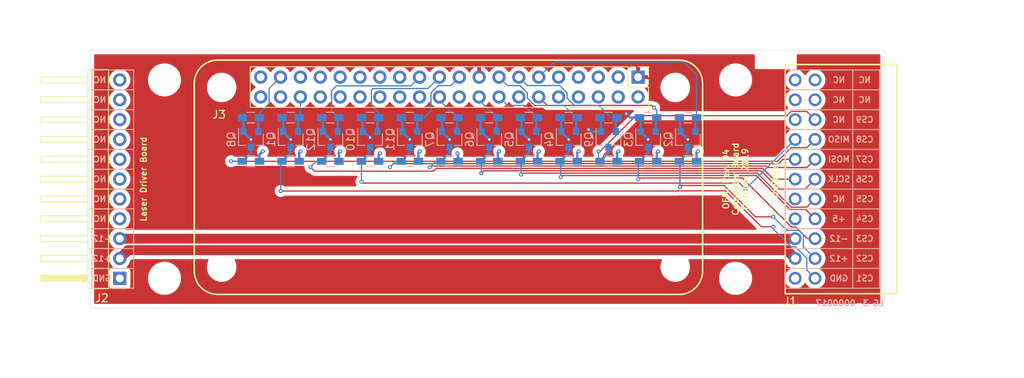
<source format=kicad_pcb>
(kicad_pcb (version 20171130) (host pcbnew "(5.1.2)-1")
  (layers (0 F.Cu signal hide) (1 In1.Cu signal hide) (2 In2.Cu signal hide) (31 B.Cu signal hide) (34 B.Paste user) (35 F.Paste user) (36 B.SilkS user) (37 F.SilkS user) (38 B.Mask user) (39 F.Mask user) (44 Edge.Cuts user))
  (net 0 "")
  (net 1 GND)
  (net 2 CS8_3V3)
  (net 3 CS1_3V3)
  (net 4 SCLK_3V3)
  (net 5 CS7_3V3)
  (net 6 MISO_3V3)
  (net 7 MOSI_3V3)
  (net 8 CS6_3V3)
  (net 9 +3V3)
  (net 10 CS5_3V3)
  (net 11 CS4_3V3)
  (net 12 CS9_3V3)
  (net 13 CS3_3V3)
  (net 14 CS2_3V3)
  (net 15 +5V)
  (net 16 CS1_5V)
  (net 17 CS2_5V)
  (net 18 CS3_5V)
  (net 19 CS4_5V)
  (net 20 CS5_5V)
  (net 21 CS6_5V)
  (net 22 CS7_5V)
  (net 23 CS8_5V)
  (net 24 CS9_5V)
  (net 25 MISO_5V)
  (net 26 MOSI_5V)
  (net 27 SCLK_5V)
  (net 28 -12V)
  (net 29 +12V)
  (module Mounting_Holes:MountingHole_3.2mm_M3_DIN965 (layer F.Cu) (at 100.965 59.69)
    (fp_text reference H1 hide)
    (fp_text value MountingHole)
    (pad 1 np_thru_hole circle (at 0 0) (size 3.2 3.2) (drill 3.2) (layers *.Cu *.Mask))
  )
  (module Mounting_Holes:MountingHole_3.2mm_M3_DIN965 (layer F.Cu) (at 173.99 59.69)
    (fp_text reference H2 hide)
    (fp_text value MountingHole)
    (pad 1 np_thru_hole circle (at 0 0) (size 3.2 3.2) (drill 3.2) (layers *.Cu *.Mask))
  )
  (module Mounting_Holes:MountingHole_3.2mm_M3_DIN965 (layer F.Cu) (at 100.965 85.09)
    (fp_text reference H3 hide)
    (fp_text value MountingHole)
    (pad 1 np_thru_hole circle (at 0 0) (size 3.2 3.2) (drill 3.2) (layers *.Cu *.Mask))
  )
  (module Mounting_Holes:MountingHole_3.2mm_M3_DIN965 (layer F.Cu) (at 173.99 85.09)
    (fp_text reference H4 hide)
    (fp_text value MountingHole)
    (pad 1 np_thru_hole circle (at 0 0) (size 3.2 3.2) (drill 3.2) (layers *.Cu *.Mask))
  )
  (module lib_fp:SAMTEC-SSW-111-02-X-D-RA (layer F.Cu) (at 189.928 72.39 270)
    (fp_text reference J1 (at 15.621 8.953 180) (layer F.SilkS) (effects (font (size 0.999998 0.999998) (thickness 0.14986))))
    (fp_text value Digitiziers hide)
    (fp_text user 2.540 (at -19.266 7.176 90) (layer Edge.Cuts) (effects (font (thickness 0.05))))
    (fp_text user 8.509 (at -21.107 0.127 90) (layer Edge.Cuts) (effects (font (thickness 0.05))))
    (fp_text user 2.540 (at -15.329 10.795 90) (layer Edge.Cuts) (effects (font (thickness 0.05))))
    (fp_text user 25.400 (at -0.8 11.811 90) (layer Edge.Cuts) (effects (font (thickness 0.05))))
    (fp_text user 28.448 (at -0.8 8.446 90) (layer Edge.Cuts) (effects (font (thickness 0.05))))
    (pad 1 thru_hole circle (at -12.7 5.778 270) (size 1.64 1.64) (drill 1.04) (layers *.Cu *.Mask))
    (pad 2 thru_hole circle (at -12.7 8.318 270) (size 1.64 1.64) (drill 1.04) (layers *.Cu *.Mask))
    (pad 3 thru_hole circle (at -10.16 5.778 270) (size 1.64 1.64) (drill 1.04) (layers *.Cu *.Mask))
    (pad 4 thru_hole circle (at -10.16 8.318 270) (size 1.64 1.64) (drill 1.04) (layers *.Cu *.Mask))
    (pad 5 thru_hole circle (at -7.62 5.778 270) (size 1.64 1.64) (drill 1.04) (layers *.Cu *.Mask) (net 24 CS9_5V))
    (pad 6 thru_hole circle (at -7.62 8.318 270) (size 1.64 1.64) (drill 1.04) (layers *.Cu *.Mask))
    (pad 7 thru_hole circle (at -5.08 5.778 270) (size 1.64 1.64) (drill 1.04) (layers *.Cu *.Mask) (net 23 CS8_5V))
    (pad 8 thru_hole circle (at -5.08 8.318 270) (size 1.64 1.64) (drill 1.04) (layers *.Cu *.Mask) (net 25 MISO_5V))
    (pad 9 thru_hole circle (at -2.54 5.778 270) (size 1.64 1.64) (drill 1.04) (layers *.Cu *.Mask) (net 22 CS7_5V))
    (pad 10 thru_hole circle (at -2.54 8.318 270) (size 1.64 1.64) (drill 1.04) (layers *.Cu *.Mask) (net 26 MOSI_5V))
    (pad 11 thru_hole circle (at 0 5.778 270) (size 1.64 1.64) (drill 1.04) (layers *.Cu *.Mask) (net 21 CS6_5V))
    (pad 12 thru_hole circle (at 0 8.318 270) (size 1.64 1.64) (drill 1.04) (layers *.Cu *.Mask) (net 27 SCLK_5V))
    (pad 13 thru_hole circle (at 2.54 5.778 270) (size 1.64 1.64) (drill 1.04) (layers *.Cu *.Mask) (net 20 CS5_5V))
    (pad 14 thru_hole circle (at 2.54 8.318 270) (size 1.64 1.64) (drill 1.04) (layers *.Cu *.Mask))
    (pad 15 thru_hole circle (at 5.08 5.778 270) (size 1.64 1.64) (drill 1.04) (layers *.Cu *.Mask) (net 19 CS4_5V))
    (pad 16 thru_hole circle (at 5.08 8.318 270) (size 1.64 1.64) (drill 1.04) (layers *.Cu *.Mask) (net 15 +5V))
    (pad 17 thru_hole circle (at 7.62 5.778 270) (size 1.64 1.64) (drill 1.04) (layers *.Cu *.Mask) (net 18 CS3_5V))
    (pad 18 thru_hole circle (at 7.62 8.318 270) (size 1.64 1.64) (drill 1.04) (layers *.Cu *.Mask) (net 28 -12V))
    (pad 19 thru_hole circle (at 10.16 5.778 270) (size 1.64 1.64) (drill 1.04) (layers *.Cu *.Mask) (net 17 CS2_5V))
    (pad 20 thru_hole circle (at 10.16 8.318 270) (size 1.64 1.64) (drill 1.04) (layers *.Cu *.Mask) (net 29 +12V))
    (pad 21 thru_hole circle (at 12.7 5.778 270) (size 1.64 1.64) (drill 1.04) (layers *.Cu *.Mask) (net 16 CS1_5V))
    (pad 22 thru_hole circle (at 12.7 8.318 270) (size 1.64 1.64) (drill 1.04) (layers *.Cu *.Mask) (net 1 GND))
  )
  (module Pin_Headers:Pin_Header_Angled_1x11_Pitch2.54mm (layer F.Cu) (at 95.25 85.09 180)
    (fp_text reference J2 (at 2.286 -2.54) (layer F.SilkS))
    (fp_text value "Laser Driver")
    (pad 11 thru_hole oval (at 0 25.4 180) (size 1.7 1.7) (drill 1) (layers *.Cu *.Mask))
    (pad 10 thru_hole oval (at 0 22.86 180) (size 1.7 1.7) (drill 1) (layers *.Cu *.Mask))
    (pad 9 thru_hole oval (at 0 20.32 180) (size 1.7 1.7) (drill 1) (layers *.Cu *.Mask))
    (pad 8 thru_hole oval (at 0 17.78 180) (size 1.7 1.7) (drill 1) (layers *.Cu *.Mask))
    (pad 7 thru_hole oval (at 0 15.24 180) (size 1.7 1.7) (drill 1) (layers *.Cu *.Mask))
    (pad 6 thru_hole oval (at 0 12.7 180) (size 1.7 1.7) (drill 1) (layers *.Cu *.Mask))
    (pad 5 thru_hole oval (at 0 10.16 180) (size 1.7 1.7) (drill 1) (layers *.Cu *.Mask))
    (pad 4 thru_hole oval (at 0 7.62 180) (size 1.7 1.7) (drill 1) (layers *.Cu *.Mask))
    (pad 3 thru_hole oval (at 0 5.08 180) (size 1.7 1.7) (drill 1) (layers *.Cu *.Mask) (net 28 -12V))
    (pad 2 thru_hole oval (at 0 2.54 180) (size 1.7 1.7) (drill 1) (layers *.Cu *.Mask) (net 29 +12V))
    (pad 1 thru_hole rect (at 0 0 180) (size 1.7 1.7) (drill 1) (layers *.Cu *.Mask) (net 1 GND))
  )
  (module lib_fp:Pi_Zero (layer F.Cu) (at 104.775 57.15 270)
    (fp_text reference J3 (at 6.985 -3.175 180) (layer F.SilkS))
    (fp_text value Raspberry_Pi)
    (pad 40 thru_hole oval (at 4.72 -8.49 270) (size 1.7 1.7) (drill 1) (layers *.Cu *.Mask))
    (pad 39 thru_hole oval (at 2.18 -8.49 270) (size 1.7 1.7) (drill 1) (layers *.Cu *.Mask) (net 1 GND))
    (pad 38 thru_hole oval (at 4.72 -11.03 270) (size 1.7 1.7) (drill 1) (layers *.Cu *.Mask))
    (pad 37 thru_hole oval (at 2.18 -11.03 270) (size 1.7 1.7) (drill 1) (layers *.Cu *.Mask) (net 2 CS8_3V3))
    (pad 36 thru_hole oval (at 4.72 -13.57 270) (size 1.7 1.7) (drill 1) (layers *.Cu *.Mask) (net 3 CS1_3V3))
    (pad 35 thru_hole oval (at 2.18 -13.57 270) (size 1.7 1.7) (drill 1) (layers *.Cu *.Mask))
    (pad 34 thru_hole oval (at 4.72 -16.11 270) (size 1.7 1.7) (drill 1) (layers *.Cu *.Mask) (net 1 GND))
    (pad 33 thru_hole oval (at 2.18 -16.11 270) (size 1.7 1.7) (drill 1) (layers *.Cu *.Mask))
    (pad 32 thru_hole oval (at 4.72 -18.65 270) (size 1.7 1.7) (drill 1) (layers *.Cu *.Mask))
    (pad 31 thru_hole oval (at 2.18 -18.65 270) (size 1.7 1.7) (drill 1) (layers *.Cu *.Mask))
    (pad 30 thru_hole oval (at 4.72 -21.19 270) (size 1.7 1.7) (drill 1) (layers *.Cu *.Mask) (net 1 GND))
    (pad 29 thru_hole oval (at 2.18 -21.19 270) (size 1.7 1.7) (drill 1) (layers *.Cu *.Mask))
    (pad 28 thru_hole oval (at 4.72 -23.73 270) (size 1.7 1.7) (drill 1) (layers *.Cu *.Mask))
    (pad 27 thru_hole oval (at 2.18 -23.73 270) (size 1.7 1.7) (drill 1) (layers *.Cu *.Mask))
    (pad 26 thru_hole oval (at 4.72 -26.27 270) (size 1.7 1.7) (drill 1) (layers *.Cu *.Mask))
    (pad 25 thru_hole oval (at 2.18 -26.27 270) (size 1.7 1.7) (drill 1) (layers *.Cu *.Mask) (net 1 GND))
    (pad 24 thru_hole oval (at 4.72 -28.81 270) (size 1.7 1.7) (drill 1) (layers *.Cu *.Mask))
    (pad 23 thru_hole oval (at 2.18 -28.81 270) (size 1.7 1.7) (drill 1) (layers *.Cu *.Mask) (net 4 SCLK_3V3))
    (pad 22 thru_hole oval (at 4.72 -31.35 270) (size 1.7 1.7) (drill 1) (layers *.Cu *.Mask) (net 5 CS7_3V3))
    (pad 21 thru_hole oval (at 2.18 -31.35 270) (size 1.7 1.7) (drill 1) (layers *.Cu *.Mask) (net 6 MISO_3V3))
    (pad 20 thru_hole oval (at 4.72 -33.89 270) (size 1.7 1.7) (drill 1) (layers *.Cu *.Mask) (net 1 GND))
    (pad 19 thru_hole oval (at 2.18 -33.89 270) (size 1.7 1.7) (drill 1) (layers *.Cu *.Mask) (net 7 MOSI_3V3))
    (pad 18 thru_hole oval (at 4.72 -36.43 270) (size 1.7 1.7) (drill 1) (layers *.Cu *.Mask) (net 8 CS6_3V3))
    (pad 17 thru_hole oval (at 2.18 -36.43 270) (size 1.7 1.7) (drill 1) (layers *.Cu *.Mask) (net 9 +3V3))
    (pad 16 thru_hole oval (at 4.72 -38.97 270) (size 1.7 1.7) (drill 1) (layers *.Cu *.Mask) (net 10 CS5_3V3))
    (pad 15 thru_hole oval (at 2.18 -38.97 270) (size 1.7 1.7) (drill 1) (layers *.Cu *.Mask) (net 11 CS4_3V3))
    (pad 14 thru_hole oval (at 4.72 -41.51 270) (size 1.7 1.7) (drill 1) (layers *.Cu *.Mask) (net 1 GND))
    (pad 13 thru_hole oval (at 2.18 -41.51 270) (size 1.7 1.7) (drill 1) (layers *.Cu *.Mask) (net 12 CS9_3V3))
    (pad 12 thru_hole oval (at 4.72 -44.05 270) (size 1.7 1.7) (drill 1) (layers *.Cu *.Mask) (net 13 CS3_3V3))
    (pad 11 thru_hole oval (at 2.18 -44.05 270) (size 1.7 1.7) (drill 1) (layers *.Cu *.Mask) (net 14 CS2_3V3))
    (pad 10 thru_hole oval (at 4.72 -46.59 270) (size 1.7 1.7) (drill 1) (layers *.Cu *.Mask))
    (pad 9 thru_hole oval (at 2.18 -46.59 270) (size 1.7 1.7) (drill 1) (layers *.Cu *.Mask) (net 1 GND))
    (pad 8 thru_hole oval (at 4.72 -49.13 270) (size 1.7 1.7) (drill 1) (layers *.Cu *.Mask))
    (pad 7 thru_hole oval (at 2.18 -49.13 270) (size 1.7 1.7) (drill 1) (layers *.Cu *.Mask))
    (pad 6 thru_hole oval (at 4.72 -51.67 270) (size 1.7 1.7) (drill 1) (layers *.Cu *.Mask) (net 1 GND))
    (pad 5 thru_hole oval (at 2.18 -51.67 270) (size 1.7 1.7) (drill 1) (layers *.Cu *.Mask))
    (pad 4 thru_hole oval (at 4.72 -54.21 270) (size 1.7 1.7) (drill 1) (layers *.Cu *.Mask) (net 15 +5V))
    (pad 3 thru_hole oval (at 2.18 -54.21 270) (size 1.7 1.7) (drill 1) (layers *.Cu *.Mask))
    (pad 2 thru_hole oval (at 4.72 -56.75 270) (size 1.7 1.7) (drill 1) (layers *.Cu *.Mask) (net 15 +5V))
    (pad 1 thru_hole rect (at 2.18 -56.75 270) (size 1.7 1.7) (drill 1) (layers *.Cu *.Mask) (net 9 +3V3))
    (pad "" np_thru_hole circle (at 3.5 -3.5 270) (size 2.75 2.75) (drill 2.75) (layers *.Cu *.Mask))
    (pad "" np_thru_hole circle (at 26.5 -61.5 270) (size 2.75 2.75) (drill 2.75) (layers *.Cu *.Mask))
    (pad "" np_thru_hole circle (at 3.5 -61.5 270) (size 2.75 2.75) (drill 2.75) (layers *.Cu *.Mask))
    (pad "" np_thru_hole circle (at 26.5 -3.5 270) (size 2.75 2.75) (drill 2.75) (layers *.Cu *.Mask))
  )
  (module TO_SOT_Packages_SMD:SOT-23 (layer B.Cu) (at 117.094 67.31 270)
    (fp_text reference Q1 (at 0 2.5 90) (layer B.SilkS) (effects (justify mirror)))
    (fp_text value BSS138)
    (pad 3 smd rect (at 1 0 270) (size 0.9 0.8) (layers B.Cu B.Paste B.Mask) (net 16 CS1_5V))
    (pad 2 smd rect (at -1 -0.95 270) (size 0.9 0.8) (layers B.Cu B.Paste B.Mask) (net 3 CS1_3V3))
    (pad 1 smd rect (at -1 0.95 270) (size 0.9 0.8) (layers B.Cu B.Paste B.Mask) (net 9 +3V3))
  )
  (module TO_SOT_Packages_SMD:SOT-23 (layer B.Cu) (at 167.894 67.31 270)
    (fp_text reference Q2 (at 0 2.5 90) (layer B.SilkS) (effects (justify mirror)))
    (fp_text value BSS138)
    (pad 3 smd rect (at 1 0 270) (size 0.9 0.8) (layers B.Cu B.Paste B.Mask) (net 17 CS2_5V))
    (pad 2 smd rect (at -1 -0.95 270) (size 0.9 0.8) (layers B.Cu B.Paste B.Mask) (net 14 CS2_3V3))
    (pad 1 smd rect (at -1 0.95 270) (size 0.9 0.8) (layers B.Cu B.Paste B.Mask) (net 9 +3V3))
  )
  (module TO_SOT_Packages_SMD:SOT-23 (layer B.Cu) (at 162.814 67.31 270)
    (fp_text reference Q3 (at 0 2.5 270) (layer B.SilkS) (effects (justify mirror)))
    (fp_text value BSS138)
    (pad 3 smd rect (at 1 0 270) (size 0.9 0.8) (layers B.Cu B.Paste B.Mask) (net 18 CS3_5V))
    (pad 2 smd rect (at -1 -0.95 270) (size 0.9 0.8) (layers B.Cu B.Paste B.Mask) (net 13 CS3_3V3))
    (pad 1 smd rect (at -1 0.95 270) (size 0.9 0.8) (layers B.Cu B.Paste B.Mask) (net 9 +3V3))
  )
  (module TO_SOT_Packages_SMD:SOT-23 (layer B.Cu) (at 152.654 67.31 270)
    (fp_text reference Q4 (at 0 2.5 90) (layer B.SilkS) (effects (justify mirror)))
    (fp_text value BSS138)
    (pad 1 smd rect (at -1 0.95 270) (size 0.9 0.8) (layers B.Cu B.Paste B.Mask) (net 9 +3V3))
    (pad 2 smd rect (at -1 -0.95 270) (size 0.9 0.8) (layers B.Cu B.Paste B.Mask) (net 11 CS4_3V3))
    (pad 3 smd rect (at 1 0 270) (size 0.9 0.8) (layers B.Cu B.Paste B.Mask) (net 19 CS4_5V))
  )
  (module TO_SOT_Packages_SMD:SOT-23 (layer B.Cu) (at 147.574 67.31 270)
    (fp_text reference Q5 (at 0 2.5 90) (layer B.SilkS) (effects (justify mirror)))
    (fp_text value BSS138)
    (pad 1 smd rect (at -1 0.95 270) (size 0.9 0.8) (layers B.Cu B.Paste B.Mask) (net 9 +3V3))
    (pad 2 smd rect (at -1 -0.95 270) (size 0.9 0.8) (layers B.Cu B.Paste B.Mask) (net 10 CS5_3V3))
    (pad 3 smd rect (at 1 0 270) (size 0.9 0.8) (layers B.Cu B.Paste B.Mask) (net 20 CS5_5V))
  )
  (module TO_SOT_Packages_SMD:SOT-23 (layer B.Cu) (at 142.494 67.31 270)
    (fp_text reference Q6 (at 0 2.5 90) (layer B.SilkS) (effects (justify mirror)))
    (fp_text value BSS138)
    (pad 1 smd rect (at -1 0.95 270) (size 0.9 0.8) (layers B.Cu B.Paste B.Mask) (net 9 +3V3))
    (pad 2 smd rect (at -1 -0.95 270) (size 0.9 0.8) (layers B.Cu B.Paste B.Mask) (net 8 CS6_3V3))
    (pad 3 smd rect (at 1 0 270) (size 0.9 0.8) (layers B.Cu B.Paste B.Mask) (net 21 CS6_5V))
  )
  (module TO_SOT_Packages_SMD:SOT-23 (layer B.Cu) (at 137.414 67.31 270)
    (fp_text reference Q7 (at 0 2.5 90) (layer B.SilkS) (effects (justify mirror)))
    (fp_text value BSS138)
    (pad 3 smd rect (at 1 0 270) (size 0.9 0.8) (layers B.Cu B.Paste B.Mask) (net 22 CS7_5V))
    (pad 2 smd rect (at -1 -0.95 270) (size 0.9 0.8) (layers B.Cu B.Paste B.Mask) (net 5 CS7_3V3))
    (pad 1 smd rect (at -1 0.95 270) (size 0.9 0.8) (layers B.Cu B.Paste B.Mask) (net 9 +3V3))
  )
  (module TO_SOT_Packages_SMD:SOT-23 (layer B.Cu) (at 112.014 67.31 270)
    (fp_text reference Q8 (at 0 2.5 90) (layer B.SilkS) (effects (justify mirror)))
    (fp_text value BSS138)
    (pad 3 smd rect (at 1 0 270) (size 0.9 0.8) (layers B.Cu B.Paste B.Mask) (net 23 CS8_5V))
    (pad 2 smd rect (at -1 -0.95 270) (size 0.9 0.8) (layers B.Cu B.Paste B.Mask) (net 2 CS8_3V3))
    (pad 1 smd rect (at -1 0.95 270) (size 0.9 0.8) (layers B.Cu B.Paste B.Mask) (net 9 +3V3))
  )
  (module TO_SOT_Packages_SMD:SOT-23 (layer B.Cu) (at 157.734 67.31 270)
    (fp_text reference Q9 (at 0 2.5 90) (layer B.SilkS) (effects (justify mirror)))
    (fp_text value BSS138)
    (pad 3 smd rect (at 1 0 270) (size 0.9 0.8) (layers B.Cu B.Paste B.Mask) (net 24 CS9_5V))
    (pad 2 smd rect (at -1 -0.95 270) (size 0.9 0.8) (layers B.Cu B.Paste B.Mask) (net 12 CS9_3V3))
    (pad 1 smd rect (at -1 0.95 270) (size 0.9 0.8) (layers B.Cu B.Paste B.Mask) (net 9 +3V3))
  )
  (module TO_SOT_Packages_SMD:SOT-23 (layer B.Cu) (at 127.254 67.31 270)
    (fp_text reference Q10 (at 0 2.5 90) (layer B.SilkS) (effects (justify mirror)))
    (fp_text value BSS138)
    (pad 1 smd rect (at -1 0.95 270) (size 0.9 0.8) (layers B.Cu B.Paste B.Mask) (net 9 +3V3))
    (pad 2 smd rect (at -1 -0.95 270) (size 0.9 0.8) (layers B.Cu B.Paste B.Mask) (net 6 MISO_3V3))
    (pad 3 smd rect (at 1 0 270) (size 0.9 0.8) (layers B.Cu B.Paste B.Mask) (net 25 MISO_5V))
  )
  (module TO_SOT_Packages_SMD:SOT-23 (layer B.Cu) (at 132.334 67.31 270)
    (fp_text reference Q11 (at 0 2.5 90) (layer B.SilkS) (effects (justify mirror)))
    (fp_text value BSS138)
    (pad 1 smd rect (at -1 0.95 270) (size 0.9 0.8) (layers B.Cu B.Paste B.Mask) (net 9 +3V3))
    (pad 2 smd rect (at -1 -0.95 270) (size 0.9 0.8) (layers B.Cu B.Paste B.Mask) (net 7 MOSI_3V3))
    (pad 3 smd rect (at 1 0 270) (size 0.9 0.8) (layers B.Cu B.Paste B.Mask) (net 26 MOSI_5V))
  )
  (module TO_SOT_Packages_SMD:SOT-23 (layer B.Cu) (at 122.174 67.31 270)
    (fp_text reference Q12 (at 0 2.5 90) (layer B.SilkS) (effects (justify mirror)))
    (fp_text value BSS138)
    (pad 1 smd rect (at -1 0.95 270) (size 0.9 0.8) (layers B.Cu B.Paste B.Mask) (net 9 +3V3))
    (pad 2 smd rect (at -1 -0.95 270) (size 0.9 0.8) (layers B.Cu B.Paste B.Mask) (net 4 SCLK_3V3))
    (pad 3 smd rect (at 1 0 270) (size 0.9 0.8) (layers B.Cu B.Paste B.Mask) (net 27 SCLK_5V))
  )
  (module Resistors_SMD:R_0603_HandSoldering (layer B.Cu) (at 117.094 64.516)
    (fp_text reference R1 hide)
    (fp_text value 10k)
    (pad 1 smd rect (at -1.1 0) (size 1.2 0.9) (layers B.Cu B.Paste B.Mask) (net 9 +3V3))
    (pad 2 smd rect (at 1.1 0) (size 1.2 0.9) (layers B.Cu B.Paste B.Mask) (net 3 CS1_3V3))
  )
  (module Resistors_SMD:R_0603_HandSoldering (layer B.Cu) (at 167.894 64.516)
    (fp_text reference R2 hide)
    (fp_text value 10k)
    (pad 1 smd rect (at -1.1 0) (size 1.2 0.9) (layers B.Cu B.Paste B.Mask) (net 9 +3V3))
    (pad 2 smd rect (at 1.1 0) (size 1.2 0.9) (layers B.Cu B.Paste B.Mask) (net 14 CS2_3V3))
  )
  (module Resistors_SMD:R_0603_HandSoldering (layer B.Cu) (at 162.814 64.516)
    (fp_text reference R3 hide)
    (fp_text value 10k)
    (pad 1 smd rect (at -1.1 0) (size 1.2 0.9) (layers B.Cu B.Paste B.Mask) (net 9 +3V3))
    (pad 2 smd rect (at 1.1 0) (size 1.2 0.9) (layers B.Cu B.Paste B.Mask) (net 13 CS3_3V3))
  )
  (module Resistors_SMD:R_0603_HandSoldering (layer B.Cu) (at 152.654 64.516)
    (fp_text reference R4 hide)
    (fp_text value 10k)
    (pad 1 smd rect (at -1.1 0) (size 1.2 0.9) (layers B.Cu B.Paste B.Mask) (net 9 +3V3))
    (pad 2 smd rect (at 1.1 0) (size 1.2 0.9) (layers B.Cu B.Paste B.Mask) (net 11 CS4_3V3))
  )
  (module Resistors_SMD:R_0603_HandSoldering (layer B.Cu) (at 117.094 70.104 180)
    (fp_text reference R5 hide)
    (fp_text value 10k)
    (pad 2 smd rect (at 1.1 0 180) (size 1.2 0.9) (layers B.Cu B.Paste B.Mask) (net 16 CS1_5V))
    (pad 1 smd rect (at -1.1 0 180) (size 1.2 0.9) (layers B.Cu B.Paste B.Mask) (net 15 +5V))
  )
  (module Resistors_SMD:R_0603_HandSoldering (layer B.Cu) (at 167.894 70.104 180)
    (fp_text reference R6 hide)
    (fp_text value 10k)
    (pad 2 smd rect (at 1.1 0 180) (size 1.2 0.9) (layers B.Cu B.Paste B.Mask) (net 17 CS2_5V))
    (pad 1 smd rect (at -1.1 0 180) (size 1.2 0.9) (layers B.Cu B.Paste B.Mask) (net 15 +5V))
  )
  (module Resistors_SMD:R_0603_HandSoldering (layer B.Cu) (at 162.814 70.104 180)
    (fp_text reference R7 hide)
    (fp_text value 10k)
    (pad 2 smd rect (at 1.1 0 180) (size 1.2 0.9) (layers B.Cu B.Paste B.Mask) (net 18 CS3_5V))
    (pad 1 smd rect (at -1.1 0 180) (size 1.2 0.9) (layers B.Cu B.Paste B.Mask) (net 15 +5V))
  )
  (module Resistors_SMD:R_0603_HandSoldering (layer B.Cu) (at 152.654 70.104 180)
    (fp_text reference R8 hide)
    (fp_text value 10k)
    (pad 2 smd rect (at 1.1 0 180) (size 1.2 0.9) (layers B.Cu B.Paste B.Mask) (net 19 CS4_5V))
    (pad 1 smd rect (at -1.1 0 180) (size 1.2 0.9) (layers B.Cu B.Paste B.Mask) (net 15 +5V))
  )
  (module Resistors_SMD:R_0603_HandSoldering (layer B.Cu) (at 147.574 64.516)
    (fp_text reference R9 hide)
    (fp_text value 10k)
    (pad 1 smd rect (at -1.1 0) (size 1.2 0.9) (layers B.Cu B.Paste B.Mask) (net 9 +3V3))
    (pad 2 smd rect (at 1.1 0) (size 1.2 0.9) (layers B.Cu B.Paste B.Mask) (net 10 CS5_3V3))
  )
  (module Resistors_SMD:R_0603_HandSoldering (layer B.Cu) (at 142.494 64.516)
    (fp_text reference R10 hide)
    (fp_text value 10k)
    (pad 2 smd rect (at 1.1 0) (size 1.2 0.9) (layers B.Cu B.Paste B.Mask) (net 8 CS6_3V3))
    (pad 1 smd rect (at -1.1 0) (size 1.2 0.9) (layers B.Cu B.Paste B.Mask) (net 9 +3V3))
  )
  (module Resistors_SMD:R_0603_HandSoldering (layer B.Cu) (at 137.414 64.516)
    (fp_text reference R11 hide)
    (fp_text value 10k)
    (pad 2 smd rect (at 1.1 0) (size 1.2 0.9) (layers B.Cu B.Paste B.Mask) (net 5 CS7_3V3))
    (pad 1 smd rect (at -1.1 0) (size 1.2 0.9) (layers B.Cu B.Paste B.Mask) (net 9 +3V3))
  )
  (module Resistors_SMD:R_0603_HandSoldering (layer B.Cu) (at 112.014 64.516)
    (fp_text reference R12 hide)
    (fp_text value 10k)
    (pad 1 smd rect (at -1.1 0) (size 1.2 0.9) (layers B.Cu B.Paste B.Mask) (net 9 +3V3))
    (pad 2 smd rect (at 1.1 0) (size 1.2 0.9) (layers B.Cu B.Paste B.Mask) (net 2 CS8_3V3))
  )
  (module Resistors_SMD:R_0603_HandSoldering (layer B.Cu) (at 147.574 70.104 180)
    (fp_text reference R13 hide)
    (fp_text value 10k)
    (pad 2 smd rect (at 1.1 0 180) (size 1.2 0.9) (layers B.Cu B.Paste B.Mask) (net 20 CS5_5V))
    (pad 1 smd rect (at -1.1 0 180) (size 1.2 0.9) (layers B.Cu B.Paste B.Mask) (net 15 +5V))
  )
  (module Resistors_SMD:R_0603_HandSoldering (layer B.Cu) (at 142.494 70.104 180)
    (fp_text reference R14 hide)
    (fp_text value 10k)
    (pad 1 smd rect (at -1.1 0 180) (size 1.2 0.9) (layers B.Cu B.Paste B.Mask) (net 15 +5V))
    (pad 2 smd rect (at 1.1 0 180) (size 1.2 0.9) (layers B.Cu B.Paste B.Mask) (net 21 CS6_5V))
  )
  (module Resistors_SMD:R_0603_HandSoldering (layer B.Cu) (at 137.414 70.104 180)
    (fp_text reference R15 hide)
    (fp_text value 10k)
    (pad 1 smd rect (at -1.1 0 180) (size 1.2 0.9) (layers B.Cu B.Paste B.Mask) (net 15 +5V))
    (pad 2 smd rect (at 1.1 0 180) (size 1.2 0.9) (layers B.Cu B.Paste B.Mask) (net 22 CS7_5V))
  )
  (module Resistors_SMD:R_0603_HandSoldering (layer B.Cu) (at 112.014 70.104 180)
    (fp_text reference R16 hide)
    (fp_text value 10k)
    (pad 1 smd rect (at -1.1 0 180) (size 1.2 0.9) (layers B.Cu B.Paste B.Mask) (net 15 +5V))
    (pad 2 smd rect (at 1.1 0 180) (size 1.2 0.9) (layers B.Cu B.Paste B.Mask) (net 23 CS8_5V))
  )
  (module Resistors_SMD:R_0603_HandSoldering (layer B.Cu) (at 157.734 64.516)
    (fp_text reference R17 hide)
    (fp_text value 10k)
    (pad 1 smd rect (at -1.1 0) (size 1.2 0.9) (layers B.Cu B.Paste B.Mask) (net 9 +3V3))
    (pad 2 smd rect (at 1.1 0) (size 1.2 0.9) (layers B.Cu B.Paste B.Mask) (net 12 CS9_3V3))
  )
  (module Resistors_SMD:R_0603_HandSoldering (layer B.Cu) (at 127.254 64.516)
    (fp_text reference R18 hide)
    (fp_text value 10k)
    (pad 2 smd rect (at 1.1 0) (size 1.2 0.9) (layers B.Cu B.Paste B.Mask) (net 6 MISO_3V3))
    (pad 1 smd rect (at -1.1 0) (size 1.2 0.9) (layers B.Cu B.Paste B.Mask) (net 9 +3V3))
  )
  (module Resistors_SMD:R_0603_HandSoldering (layer B.Cu) (at 132.334 64.516)
    (fp_text reference R19 hide)
    (fp_text value 10k)
    (pad 2 smd rect (at 1.1 0) (size 1.2 0.9) (layers B.Cu B.Paste B.Mask) (net 7 MOSI_3V3))
    (pad 1 smd rect (at -1.1 0) (size 1.2 0.9) (layers B.Cu B.Paste B.Mask) (net 9 +3V3))
  )
  (module Resistors_SMD:R_0603_HandSoldering (layer B.Cu) (at 122.174 64.516)
    (fp_text reference R20 hide)
    (fp_text value 10k)
    (pad 2 smd rect (at 1.1 0) (size 1.2 0.9) (layers B.Cu B.Paste B.Mask) (net 4 SCLK_3V3))
    (pad 1 smd rect (at -1.1 0) (size 1.2 0.9) (layers B.Cu B.Paste B.Mask) (net 9 +3V3))
  )
  (module Resistors_SMD:R_0603_HandSoldering (layer B.Cu) (at 157.734 70.104 180)
    (fp_text reference R21 hide)
    (fp_text value 10k)
    (pad 2 smd rect (at 1.1 0 180) (size 1.2 0.9) (layers B.Cu B.Paste B.Mask) (net 24 CS9_5V))
    (pad 1 smd rect (at -1.1 0 180) (size 1.2 0.9) (layers B.Cu B.Paste B.Mask) (net 15 +5V))
  )
  (module Resistors_SMD:R_0603_HandSoldering (layer B.Cu) (at 127.254 70.104 180)
    (fp_text reference R22 hide)
    (fp_text value 10k)
    (pad 1 smd rect (at -1.1 0 180) (size 1.2 0.9) (layers B.Cu B.Paste B.Mask) (net 15 +5V))
    (pad 2 smd rect (at 1.1 0 180) (size 1.2 0.9) (layers B.Cu B.Paste B.Mask) (net 25 MISO_5V))
  )
  (module Resistors_SMD:R_0603_HandSoldering (layer B.Cu) (at 132.334 70.104 180)
    (fp_text reference R23 hide)
    (fp_text value 10k)
    (pad 2 smd rect (at 1.1 0 180) (size 1.2 0.9) (layers B.Cu B.Paste B.Mask) (net 26 MOSI_5V))
    (pad 1 smd rect (at -1.1 0 180) (size 1.2 0.9) (layers B.Cu B.Paste B.Mask) (net 15 +5V))
  )
  (module Resistors_SMD:R_0603_HandSoldering (layer B.Cu) (at 122.174 70.104 180)
    (fp_text reference R24 hide)
    (fp_text value 10k)
    (pad 1 smd rect (at -1.1 0 180) (size 1.2 0.9) (layers B.Cu B.Paste B.Mask) (net 15 +5V))
    (pad 2 smd rect (at 1.1 0 180) (size 1.2 0.9) (layers B.Cu B.Paste B.Mask) (net 27 SCLK_5V))
  )
  (gr_text Digitizer (at 179.07 72.39 90) (layer F.SilkS) (effects (font (size 0.762 0.762))))
  (gr_text "Laser Driver Board" (at 98.298 72.39 90) (layer F.SilkS) (effects (font (size 0.762 0.762))))
  (gr_line (start 188.976 86.36) (end 188.976 58.42) (layer B.SilkS) (width 0.12))
  (gr_line (start 180.34 83.82) (end 192.405 83.82) (layer B.SilkS) (width 0.12))
  (gr_line (start 192.405 81.28) (end 180.34 81.28) (layer B.SilkS) (width 0.12))
  (gr_line (start 180.34 78.74) (end 192.405 78.74) (layer B.SilkS) (width 0.12))
  (gr_line (start 192.405 76.2) (end 180.34 76.2) (layer B.SilkS) (width 0.12))
  (gr_line (start 180.34 73.66) (end 192.405 73.66) (layer B.SilkS) (width 0.12))
  (gr_line (start 192.405 71.12) (end 180.34 71.12) (layer B.SilkS) (width 0.12))
  (gr_line (start 180.34 68.58) (end 192.405 68.58) (layer B.SilkS) (width 0.12))
  (gr_line (start 192.405 66.04) (end 180.34 66.04) (layer B.SilkS) (width 0.12))
  (gr_line (start 180.34 63.5) (end 192.405 63.5) (layer B.SilkS) (width 0.12))
  (gr_line (start 192.405 86.36) (end 192.405 60.96) (layer B.SilkS) (width 0.12))
  (gr_line (start 180.34 86.36) (end 192.405 86.36) (layer B.SilkS) (width 0.12))
  (gr_line (start 180.34 58.42) (end 180.34 86.36) (layer B.SilkS) (width 0.12))
  (gr_line (start 192.405 58.42) (end 180.34 58.42) (layer B.SilkS) (width 0.12))
  (gr_line (start 192.405 60.96) (end 192.405 58.42) (layer B.SilkS) (width 0.12))
  (gr_line (start 180.34 60.96) (end 192.405 60.96) (layer B.SilkS) (width 0.12))
  (gr_text NC (at 190.5 62.23) (layer B.SilkS) (effects (font (size 0.762 0.762) (thickness 0.14986)) (justify mirror)))
  (gr_text NC (at 190.5 59.69) (layer B.SilkS) (effects (font (size 0.762 0.762) (thickness 0.14986)) (justify mirror)))
  (gr_text NC (at 187.198 59.69) (layer B.SilkS) (effects (font (size 0.762 0.762) (thickness 0.14986)) (justify mirror)))
  (gr_text NC (at 187.198 62.23) (layer B.SilkS) (effects (font (size 0.762 0.762) (thickness 0.14986)) (justify mirror)))
  (gr_text NC (at 187.198 64.77) (layer B.SilkS) (effects (font (size 0.762 0.762) (thickness 0.14986)) (justify mirror)))
  (gr_text CS9 (at 190.5 64.77) (layer B.SilkS) (effects (font (size 0.762 0.762) (thickness 0.14986)) (justify mirror)))
  (gr_text CS8 (at 190.5 67.31) (layer B.SilkS) (effects (font (size 0.762 0.762) (thickness 0.14986)) (justify mirror)))
  (gr_text CS7 (at 190.5 69.85) (layer B.SilkS) (effects (font (size 0.762 0.762) (thickness 0.14986)) (justify mirror)))
  (gr_text MISO (at 187.198 67.31) (layer B.SilkS) (effects (font (size 0.762 0.762) (thickness 0.14986)) (justify mirror)))
  (gr_text MOSI (at 187.198 69.85) (layer B.SilkS) (effects (font (size 0.762 0.762) (thickness 0.14986)) (justify mirror)))
  (gr_text CS5 (at 190.5 74.93) (layer B.SilkS) (effects (font (size 0.762 0.762) (thickness 0.14986)) (justify mirror)))
  (gr_text CS6 (at 190.5 72.39) (layer B.SilkS) (effects (font (size 0.762 0.762) (thickness 0.14986)) (justify mirror)))
  (gr_text NC (at 187.198 74.93) (layer B.SilkS) (effects (font (size 0.762 0.762) (thickness 0.14986)) (justify mirror)))
  (gr_text SCLK (at 187.198 72.39) (layer B.SilkS) (effects (font (size 0.762 0.762) (thickness 0.14986)) (justify mirror)))
  (gr_text CS3 (at 190.5 80.01) (layer B.SilkS) (effects (font (size 0.762 0.762) (thickness 0.14986)) (justify mirror)))
  (gr_text -12 (at 187.198 80.01) (layer B.SilkS) (effects (font (size 0.762 0.762) (thickness 0.14986)) (justify mirror)))
  (gr_text CS4 (at 190.5 77.47) (layer B.SilkS) (effects (font (size 0.762 0.762) (thickness 0.14986)) (justify mirror)))
  (gr_text +5 (at 187.198 77.47) (layer B.SilkS) (effects (font (size 0.762 0.762) (thickness 0.14986)) (justify mirror)))
  (gr_text CS2 (at 190.5 82.55) (layer B.SilkS) (effects (font (size 0.762 0.762) (thickness 0.14986)) (justify mirror)))
  (gr_text +12 (at 187.198 82.55) (layer B.SilkS) (effects (font (size 0.762 0.762) (thickness 0.14986)) (justify mirror)))
  (gr_text CS1 (at 190.5 85.09) (layer B.SilkS) (effects (font (size 0.762 0.762) (thickness 0.14986)) (justify mirror)))
  (gr_text GND (at 187.198 85.09) (layer B.SilkS) (effects (font (size 0.762 0.762) (thickness 0.14986)) (justify mirror)))
  (gr_line (start 97.028 58.42) (end 91.694 58.42) (layer B.SilkS) (width 0.12))
  (gr_line (start 91.694 86.36) (end 97.028 86.36) (layer B.SilkS) (width 0.12))
  (gr_line (start 97.028 83.82) (end 91.694 83.82) (layer B.SilkS) (width 0.12))
  (gr_line (start 91.694 81.28) (end 97.028 81.28) (layer B.SilkS) (width 0.12))
  (gr_line (start 97.028 78.74) (end 91.694 78.74) (layer B.SilkS) (width 0.12))
  (gr_line (start 91.694 76.2) (end 97.028 76.2) (layer B.SilkS) (width 0.12))
  (gr_line (start 97.028 73.66) (end 91.694 73.66) (layer B.SilkS) (width 0.12))
  (gr_line (start 91.694 71.12) (end 97.028 71.12) (layer B.SilkS) (width 0.12))
  (gr_line (start 97.028 68.58) (end 91.694 68.58) (layer B.SilkS) (width 0.12))
  (gr_line (start 91.694 66.04) (end 97.028 66.04) (layer B.SilkS) (width 0.12))
  (gr_line (start 97.028 63.5) (end 91.694 63.5) (layer B.SilkS) (width 0.12))
  (gr_line (start 97.028 60.96) (end 91.694 60.96) (layer B.SilkS) (width 0.12))
  (gr_line (start 97.028 86.36) (end 97.028 58.42) (layer B.SilkS) (width 0.12))
  (gr_line (start 91.694 58.42) (end 91.694 86.36) (layer B.SilkS) (width 0.12))
  (gr_text NC (at 92.71 59.69) (layer B.SilkS) (effects (font (size 0.762 0.762) (thickness 0.14986)) (justify mirror)))
  (gr_text NC (at 92.71 62.23) (layer B.SilkS) (effects (font (size 0.762 0.762) (thickness 0.14986)) (justify mirror)))
  (gr_text NC (at 92.71 64.77) (layer B.SilkS) (effects (font (size 0.762 0.762) (thickness 0.14986)) (justify mirror)))
  (gr_text NC (at 92.71 67.31) (layer B.SilkS) (effects (font (size 0.762 0.762) (thickness 0.14986)) (justify mirror)))
  (gr_text NC (at 92.71 69.85) (layer B.SilkS) (effects (font (size 0.762 0.762) (thickness 0.14986)) (justify mirror)))
  (gr_text NC (at 92.71 72.39) (layer B.SilkS) (effects (font (size 0.762 0.762) (thickness 0.14986)) (justify mirror)))
  (gr_text NC (at 92.71 74.93) (layer B.SilkS) (effects (font (size 0.762 0.762) (thickness 0.14986)) (justify mirror)))
  (gr_text NC (at 92.71 77.47) (layer B.SilkS) (effects (font (size 0.762 0.762) (thickness 0.14986)) (justify mirror)))
  (gr_text -12 (at 92.964 80.01) (layer B.SilkS) (effects (font (size 0.762 0.762) (thickness 0.14986)) (justify mirror)))
  (gr_text +12 (at 92.964 82.55) (layer B.SilkS) (effects (font (size 0.762 0.762) (thickness 0.14986)) (justify mirror)))
  (gr_text GND (at 92.964 85.09) (layer B.SilkS) (effects (font (size 0.762 0.762) (thickness 0.14986)) (justify mirror)))
  (gr_text "LG 3-0000017" (at 188.595 88.265) (layer B.SilkS) (effects (font (size 0.762 0.762)) (justify mirror)))
  (gr_text "OFMI Rev. 04\nComputer Board\nOctober 2019" (at 173.99 72.39 90) (layer F.SilkS) (effects (font (size 0.762 0.762))))
  (gr_line (start 193.04 55.88) (end 91.44 55.88) (layer Edge.Cuts) (width 0.05))
  (gr_line (start 193.04 88.9) (end 193.04 55.88) (layer Edge.Cuts) (width 0.05))
  (gr_line (start 91.44 88.9) (end 193.04 88.9) (layer Edge.Cuts) (width 0.05))
  (gr_line (start 91.44 55.88) (end 91.44 88.9) (layer Edge.Cuts) (width 0.05))
  (segment (start 112.964 64.666) (end 113.114 64.516) (width 0.3048) (layer B.Cu) (net 2))
  (segment (start 112.964 66.31) (end 112.964 64.666) (width 0.3048) (layer B.Cu) (net 2))
  (segment (start 113.114 63.9136) (end 113.114 64.516) (width 0.1524) (layer B.Cu) (net 2))
  (segment (start 114.343601 62.683999) (end 113.114 63.9136) (width 0.1524) (layer B.Cu) (net 2))
  (segment (start 114.343601 60.791399) (end 114.343601 62.683999) (width 0.1524) (layer B.Cu) (net 2))
  (segment (start 115.805 59.33) (end 114.343601 60.791399) (width 0.1524) (layer B.Cu) (net 2))
  (segment (start 118.044 64.666) (end 118.194 64.516) (width 0.3048) (layer B.Cu) (net 3))
  (segment (start 118.044 66.31) (end 118.044 64.666) (width 0.3048) (layer B.Cu) (net 3))
  (segment (start 118.345 64.365) (end 118.194 64.516) (width 0.1524) (layer B.Cu) (net 3))
  (segment (start 118.345 61.87) (end 118.345 64.365) (width 0.1524) (layer B.Cu) (net 3))
  (segment (start 123.124 64.666) (end 123.274 64.516) (width 0.3048) (layer B.Cu) (net 4))
  (segment (start 123.124 66.31) (end 123.124 64.666) (width 0.3048) (layer B.Cu) (net 4))
  (segment (start 122.346399 61.041601) (end 122.936 60.452) (width 0.1524) (layer B.Cu) (net 4))
  (segment (start 122.346399 63.738399) (end 122.346399 61.041601) (width 0.1524) (layer B.Cu) (net 4))
  (segment (start 123.274 64.516) (end 123.124 64.516) (width 0.1524) (layer B.Cu) (net 4))
  (segment (start 123.124 64.516) (end 122.346399 63.738399) (width 0.1524) (layer B.Cu) (net 4))
  (segment (start 132.463 60.452) (end 133.585 59.33) (width 0.1524) (layer B.Cu) (net 4))
  (segment (start 122.936 60.452) (end 132.463 60.452) (width 0.1524) (layer B.Cu) (net 4))
  (segment (start 138.364 64.666) (end 138.514 64.516) (width 0.3048) (layer B.Cu) (net 5))
  (segment (start 138.364 66.31) (end 138.364 64.666) (width 0.3048) (layer B.Cu) (net 5))
  (segment (start 136.125 62.277) (end 136.125 61.87) (width 0.1524) (layer B.Cu) (net 5))
  (segment (start 138.364 64.516) (end 136.125 62.277) (width 0.1524) (layer B.Cu) (net 5))
  (segment (start 138.514 64.516) (end 138.364 64.516) (width 0.1524) (layer B.Cu) (net 5))
  (segment (start 128.204 64.666) (end 128.354 64.516) (width 0.3048) (layer B.Cu) (net 6))
  (segment (start 128.204 66.31) (end 128.204 64.666) (width 0.3048) (layer B.Cu) (net 6))
  (segment (start 128.354 63.9136) (end 128.354 64.516) (width 0.1524) (layer B.Cu) (net 6))
  (segment (start 127.426399 62.985999) (end 128.354 63.9136) (width 0.1524) (layer B.Cu) (net 6))
  (segment (start 127.426399 60.969473) (end 127.426399 62.985999) (width 0.1524) (layer B.Cu) (net 6))
  (segment (start 127.604473 60.791399) (end 127.426399 60.969473) (width 0.1524) (layer B.Cu) (net 6))
  (segment (start 134.663601 60.791399) (end 127.604473 60.791399) (width 0.1524) (layer B.Cu) (net 6))
  (segment (start 136.125 59.33) (end 134.663601 60.791399) (width 0.1524) (layer B.Cu) (net 6))
  (segment (start 133.284 64.666) (end 133.434 64.516) (width 0.3048) (layer B.Cu) (net 7))
  (segment (start 133.284 66.31) (end 133.284 64.666) (width 0.3048) (layer B.Cu) (net 7))
  (segment (start 137.586399 60.408601) (end 137.815001 60.179999) (width 0.1524) (layer B.Cu) (net 7))
  (segment (start 135.990069 60.408601) (end 137.586399 60.408601) (width 0.1524) (layer B.Cu) (net 7))
  (segment (start 135.046399 61.352271) (end 135.990069 60.408601) (width 0.1524) (layer B.Cu) (net 7))
  (segment (start 137.815001 60.179999) (end 138.665 59.33) (width 0.1524) (layer B.Cu) (net 7))
  (segment (start 134.1864 64.516) (end 135.046399 63.656001) (width 0.1524) (layer B.Cu) (net 7))
  (segment (start 135.046399 63.656001) (end 135.046399 61.352271) (width 0.1524) (layer B.Cu) (net 7))
  (segment (start 133.434 64.516) (end 134.1864 64.516) (width 0.1524) (layer B.Cu) (net 7))
  (segment (start 143.444 64.666) (end 143.594 64.516) (width 0.3048) (layer B.Cu) (net 8))
  (segment (start 143.444 66.31) (end 143.444 64.666) (width 0.3048) (layer B.Cu) (net 8))
  (segment (start 141.205 62.277) (end 141.205 61.87) (width 0.1524) (layer B.Cu) (net 8))
  (segment (start 143.444 64.516) (end 141.205 62.277) (width 0.1524) (layer B.Cu) (net 8))
  (segment (start 143.594 64.516) (end 143.444 64.516) (width 0.1524) (layer B.Cu) (net 8))
  (segment (start 136.464 64.666) (end 136.314 64.516) (width 0.3048) (layer B.Cu) (net 9))
  (segment (start 136.464 66.31) (end 136.464 64.666) (width 0.3048) (layer B.Cu) (net 9))
  (via (at 137.414 67.31) (size 0.508) (drill 0.254) (layers F.Cu B.Cu) (net 9))
  (segment (start 136.464 66.31) (end 136.464 66.36) (width 0.3048) (layer B.Cu) (net 9))
  (segment (start 136.464 66.36) (end 137.414 67.31) (width 0.3048) (layer B.Cu) (net 9))
  (segment (start 156.784 64.666) (end 156.634 64.516) (width 0.3048) (layer B.Cu) (net 9))
  (segment (start 156.784 66.31) (end 156.784 64.666) (width 0.3048) (layer B.Cu) (net 9))
  (segment (start 126.304 64.666) (end 126.154 64.516) (width 0.3048) (layer B.Cu) (net 9))
  (segment (start 126.304 66.31) (end 126.304 64.666) (width 0.3048) (layer B.Cu) (net 9))
  (via (at 127.254 67.056) (size 0.508) (drill 0.254) (layers F.Cu B.Cu) (net 9))
  (segment (start 126.304 66.31) (end 126.508 66.31) (width 0.3048) (layer B.Cu) (net 9))
  (segment (start 126.508 66.31) (end 127.254 67.056) (width 0.3048) (layer B.Cu) (net 9))
  (segment (start 141.394 66.16) (end 141.544 66.31) (width 0.3048) (layer B.Cu) (net 9))
  (segment (start 141.394 64.516) (end 141.394 66.16) (width 0.3048) (layer B.Cu) (net 9))
  (via (at 142.494 67.31) (size 0.508) (drill 0.254) (layers F.Cu B.Cu) (net 9))
  (segment (start 141.544 66.31) (end 141.544 66.36) (width 0.3048) (layer B.Cu) (net 9))
  (segment (start 141.544 66.36) (end 142.494 67.31) (width 0.3048) (layer B.Cu) (net 9))
  (segment (start 111.064 64.666) (end 110.914 64.516) (width 0.3048) (layer B.Cu) (net 9))
  (segment (start 111.064 66.31) (end 111.064 64.666) (width 0.3048) (layer B.Cu) (net 9))
  (via (at 112.014 67.31) (size 0.508) (drill 0.254) (layers F.Cu B.Cu) (net 9))
  (segment (start 111.064 66.31) (end 111.064 66.36) (width 0.3048) (layer B.Cu) (net 9))
  (segment (start 111.064 66.36) (end 112.014 67.31) (width 0.3048) (layer B.Cu) (net 9))
  (segment (start 161.864 64.666) (end 161.714 64.516) (width 0.3048) (layer B.Cu) (net 9))
  (segment (start 161.864 66.31) (end 161.864 64.666) (width 0.3048) (layer B.Cu) (net 9))
  (via (at 162.814 67.31) (size 0.508) (drill 0.254) (layers F.Cu B.Cu) (net 9))
  (segment (start 161.864 66.31) (end 161.864 66.36) (width 0.3048) (layer B.Cu) (net 9))
  (segment (start 161.864 66.36) (end 162.814 67.31) (width 0.3048) (layer B.Cu) (net 9))
  (segment (start 131.384 64.666) (end 131.234 64.516) (width 0.3048) (layer B.Cu) (net 9))
  (segment (start 131.384 66.31) (end 131.384 64.666) (width 0.3048) (layer B.Cu) (net 9))
  (via (at 132.334 67.31) (size 0.508) (drill 0.254) (layers F.Cu B.Cu) (net 9))
  (segment (start 131.384 66.31) (end 131.384 66.36) (width 0.3048) (layer B.Cu) (net 9))
  (segment (start 131.384 66.36) (end 132.334 67.31) (width 0.3048) (layer B.Cu) (net 9))
  (segment (start 146.624 64.666) (end 146.474 64.516) (width 0.3048) (layer B.Cu) (net 9))
  (segment (start 146.624 66.31) (end 146.624 64.666) (width 0.3048) (layer B.Cu) (net 9))
  (via (at 147.574 67.31) (size 0.508) (drill 0.254) (layers F.Cu B.Cu) (net 9))
  (segment (start 146.624 66.31) (end 146.624 66.36) (width 0.3048) (layer B.Cu) (net 9))
  (segment (start 146.624 66.36) (end 147.574 67.31) (width 0.3048) (layer B.Cu) (net 9))
  (segment (start 121.224 64.666) (end 121.074 64.516) (width 0.3048) (layer B.Cu) (net 9))
  (segment (start 121.224 66.31) (end 121.224 64.666) (width 0.3048) (layer B.Cu) (net 9))
  (via (at 122.174 67.31) (size 0.508) (drill 0.254) (layers F.Cu B.Cu) (net 9))
  (segment (start 121.224 66.31) (end 121.224 66.36) (width 0.3048) (layer B.Cu) (net 9))
  (segment (start 121.224 66.36) (end 122.174 67.31) (width 0.3048) (layer B.Cu) (net 9))
  (segment (start 151.704 64.666) (end 151.554 64.516) (width 0.3048) (layer B.Cu) (net 9))
  (segment (start 151.704 66.31) (end 151.704 64.666) (width 0.3048) (layer B.Cu) (net 9))
  (via (at 152.654 67.31) (size 0.508) (drill 0.254) (layers F.Cu B.Cu) (net 9))
  (segment (start 151.704 66.31) (end 151.704 66.36) (width 0.3048) (layer B.Cu) (net 9))
  (segment (start 151.704 66.36) (end 152.654 67.31) (width 0.3048) (layer B.Cu) (net 9))
  (segment (start 116.144 64.666) (end 115.994 64.516) (width 0.3048) (layer B.Cu) (net 9))
  (segment (start 116.144 66.31) (end 116.144 64.666) (width 0.3048) (layer B.Cu) (net 9))
  (via (at 117.094 67.31) (size 0.508) (drill 0.254) (layers F.Cu B.Cu) (net 9))
  (segment (start 116.144 66.31) (end 116.144 66.36) (width 0.3048) (layer B.Cu) (net 9))
  (segment (start 116.144 66.36) (end 117.094 67.31) (width 0.3048) (layer B.Cu) (net 9))
  (segment (start 166.944 64.666) (end 166.794 64.516) (width 0.3048) (layer B.Cu) (net 9))
  (segment (start 166.944 66.31) (end 166.944 64.666) (width 0.3048) (layer B.Cu) (net 9))
  (via (at 167.894 67.31) (size 0.508) (drill 0.254) (layers F.Cu B.Cu) (net 9))
  (segment (start 166.944 66.31) (end 166.944 66.36) (width 0.3048) (layer B.Cu) (net 9))
  (segment (start 166.944 66.36) (end 167.894 67.31) (width 0.3048) (layer B.Cu) (net 9))
  (via (at 155.194 66.04) (size 0.508) (drill 0.254) (layers F.Cu B.Cu) (net 9))
  (segment (start 156.784 66.31) (end 155.464 66.31) (width 0.3048) (layer B.Cu) (net 9))
  (segment (start 155.464 66.31) (end 155.194 66.04) (width 0.3048) (layer B.Cu) (net 9))
  (via (at 160.02 64.008) (size 0.508) (drill 0.254) (layers F.Cu B.Cu) (net 9))
  (segment (start 161.714 64.516) (end 160.528 64.516) (width 0.3048) (layer B.Cu) (net 9))
  (segment (start 160.528 64.516) (end 160.02 64.008) (width 0.3048) (layer B.Cu) (net 9))
  (segment (start 148.524 64.666) (end 148.674 64.516) (width 0.3048) (layer B.Cu) (net 10))
  (segment (start 148.524 66.31) (end 148.524 64.666) (width 0.3048) (layer B.Cu) (net 10))
  (segment (start 144.594999 62.719999) (end 143.745 61.87) (width 0.1524) (layer B.Cu) (net 10))
  (segment (start 144.823601 62.948601) (end 144.594999 62.719999) (width 0.1524) (layer B.Cu) (net 10))
  (segment (start 146.956601 62.948601) (end 144.823601 62.948601) (width 0.1524) (layer B.Cu) (net 10))
  (segment (start 148.524 64.516) (end 146.956601 62.948601) (width 0.1524) (layer B.Cu) (net 10))
  (segment (start 148.674 64.516) (end 148.524 64.516) (width 0.1524) (layer B.Cu) (net 10))
  (segment (start 153.604 64.666) (end 153.754 64.516) (width 0.3048) (layer B.Cu) (net 11))
  (segment (start 153.604 66.31) (end 153.604 64.666) (width 0.3048) (layer B.Cu) (net 11))
  (segment (start 144.594999 60.179999) (end 143.745 59.33) (width 0.1524) (layer B.Cu) (net 11))
  (segment (start 144.823601 60.408601) (end 144.594999 60.179999) (width 0.1524) (layer B.Cu) (net 11))
  (segment (start 146.419931 60.408601) (end 144.823601 60.408601) (width 0.1524) (layer B.Cu) (net 11))
  (segment (start 147.363601 62.019601) (end 147.363601 61.352271) (width 0.1524) (layer B.Cu) (net 11))
  (segment (start 148.292601 62.948601) (end 147.363601 62.019601) (width 0.1524) (layer B.Cu) (net 11))
  (segment (start 152.036601 62.948601) (end 148.292601 62.948601) (width 0.1524) (layer B.Cu) (net 11))
  (segment (start 147.363601 61.352271) (end 146.419931 60.408601) (width 0.1524) (layer B.Cu) (net 11))
  (segment (start 153.604 64.516) (end 152.036601 62.948601) (width 0.1524) (layer B.Cu) (net 11))
  (segment (start 153.754 64.516) (end 153.604 64.516) (width 0.1524) (layer B.Cu) (net 11))
  (segment (start 158.684 64.666) (end 158.834 64.516) (width 0.3048) (layer B.Cu) (net 12))
  (segment (start 158.684 66.31) (end 158.684 64.666) (width 0.3048) (layer B.Cu) (net 12))
  (segment (start 147.363601 60.408601) (end 147.134999 60.179999) (width 0.1524) (layer B.Cu) (net 12))
  (segment (start 151.499931 60.408601) (end 147.363601 60.408601) (width 0.1524) (layer B.Cu) (net 12))
  (segment (start 152.443601 62.019601) (end 152.443601 61.352271) (width 0.1524) (layer B.Cu) (net 12))
  (segment (start 153.372601 62.948601) (end 152.443601 62.019601) (width 0.1524) (layer B.Cu) (net 12))
  (segment (start 147.134999 60.179999) (end 146.285 59.33) (width 0.1524) (layer B.Cu) (net 12))
  (segment (start 156.514201 62.948601) (end 153.372601 62.948601) (width 0.1524) (layer B.Cu) (net 12))
  (segment (start 158.0816 64.516) (end 156.514201 62.948601) (width 0.1524) (layer B.Cu) (net 12))
  (segment (start 152.443601 61.352271) (end 151.499931 60.408601) (width 0.1524) (layer B.Cu) (net 12))
  (segment (start 158.834 64.516) (end 158.0816 64.516) (width 0.1524) (layer B.Cu) (net 12))
  (segment (start 163.764 64.666) (end 163.914 64.516) (width 0.3048) (layer B.Cu) (net 13))
  (segment (start 163.764 66.31) (end 163.764 64.666) (width 0.3048) (layer B.Cu) (net 13))
  (via (at 163.576 63.246) (size 0.508) (drill 0.254) (layers F.Cu B.Cu) (net 13))
  (segment (start 163.914 64.516) (end 163.914 63.584) (width 0.1524) (layer B.Cu) (net 13))
  (segment (start 163.914 63.584) (end 163.576 63.246) (width 0.1524) (layer B.Cu) (net 13))
  (segment (start 149.674999 62.719999) (end 148.825 61.87) (width 0.1524) (layer F.Cu) (net 13))
  (segment (start 149.903601 62.948601) (end 149.674999 62.719999) (width 0.1524) (layer F.Cu) (net 13))
  (segment (start 163.278601 62.948601) (end 149.903601 62.948601) (width 0.1524) (layer F.Cu) (net 13))
  (segment (start 163.576 63.246) (end 163.278601 62.948601) (width 0.1524) (layer F.Cu) (net 13))
  (segment (start 168.844 64.666) (end 168.994 64.516) (width 0.3048) (layer B.Cu) (net 14))
  (segment (start 168.844 66.31) (end 168.844 64.666) (width 0.3048) (layer B.Cu) (net 14))
  (segment (start 168.994 64.516) (end 168.994 59.012) (width 0.1524) (layer B.Cu) (net 14))
  (segment (start 168.994 59.012) (end 167.386 57.404) (width 0.1524) (layer B.Cu) (net 14))
  (segment (start 150.751 57.404) (end 148.825 59.33) (width 0.1524) (layer B.Cu) (net 14))
  (segment (start 167.386 57.404) (end 150.751 57.404) (width 0.1524) (layer B.Cu) (net 14))
  (via (at 138.43 69.088) (size 0.508) (drill 0.254) (layers F.Cu B.Cu) (net 15))
  (segment (start 138.514 70.104) (end 138.514 69.172) (width 0.3048) (layer B.Cu) (net 15))
  (segment (start 138.514 69.172) (end 138.43 69.088) (width 0.3048) (layer B.Cu) (net 15))
  (via (at 159.004 68.834) (size 0.508) (drill 0.254) (layers F.Cu B.Cu) (net 15))
  (segment (start 158.834 70.104) (end 158.834 69.004) (width 0.3048) (layer B.Cu) (net 15))
  (segment (start 158.834 69.004) (end 159.004 68.834) (width 0.3048) (layer B.Cu) (net 15))
  (via (at 128.524 69.088) (size 0.508) (drill 0.254) (layers F.Cu B.Cu) (net 15))
  (segment (start 128.354 70.104) (end 128.354 69.258) (width 0.3048) (layer B.Cu) (net 15))
  (segment (start 128.354 69.258) (end 128.524 69.088) (width 0.3048) (layer B.Cu) (net 15))
  (via (at 143.764 68.834) (size 0.508) (drill 0.254) (layers F.Cu B.Cu) (net 15))
  (segment (start 143.594 70.104) (end 143.594 69.004) (width 0.3048) (layer B.Cu) (net 15))
  (segment (start 143.594 69.004) (end 143.764 68.834) (width 0.3048) (layer B.Cu) (net 15))
  (via (at 113.538 68.834) (size 0.508) (drill 0.254) (layers F.Cu B.Cu) (net 15))
  (segment (start 113.114 70.104) (end 113.114 69.258) (width 0.3048) (layer B.Cu) (net 15))
  (segment (start 113.114 69.258) (end 113.538 68.834) (width 0.3048) (layer B.Cu) (net 15))
  (via (at 164.084 68.834) (size 0.508) (drill 0.254) (layers F.Cu B.Cu) (net 15))
  (segment (start 163.914 70.104) (end 163.914 69.004) (width 0.3048) (layer B.Cu) (net 15))
  (segment (start 163.914 69.004) (end 164.084 68.834) (width 0.3048) (layer B.Cu) (net 15))
  (via (at 133.604 68.834) (size 0.508) (drill 0.254) (layers F.Cu B.Cu) (net 15))
  (segment (start 133.434 70.104) (end 133.434 69.004) (width 0.3048) (layer B.Cu) (net 15))
  (segment (start 133.434 69.004) (end 133.604 68.834) (width 0.3048) (layer B.Cu) (net 15))
  (via (at 148.844 68.834) (size 0.508) (drill 0.254) (layers F.Cu B.Cu) (net 15))
  (segment (start 148.674 70.104) (end 148.674 69.004) (width 0.3048) (layer B.Cu) (net 15))
  (segment (start 148.674 69.004) (end 148.844 68.834) (width 0.3048) (layer B.Cu) (net 15))
  (via (at 123.444 68.834) (size 0.508) (drill 0.254) (layers F.Cu B.Cu) (net 15))
  (segment (start 123.274 70.104) (end 123.274 69.004) (width 0.3048) (layer B.Cu) (net 15))
  (segment (start 123.274 69.004) (end 123.444 68.834) (width 0.3048) (layer B.Cu) (net 15))
  (via (at 153.924 68.834) (size 0.508) (drill 0.254) (layers F.Cu B.Cu) (net 15))
  (segment (start 153.754 70.104) (end 153.754 69.004) (width 0.3048) (layer B.Cu) (net 15))
  (segment (start 153.754 69.004) (end 153.924 68.834) (width 0.3048) (layer B.Cu) (net 15))
  (via (at 118.364 68.834) (size 0.508) (drill 0.254) (layers F.Cu B.Cu) (net 15))
  (segment (start 118.194 70.104) (end 118.194 69.004) (width 0.3048) (layer B.Cu) (net 15))
  (segment (start 118.194 69.004) (end 118.364 68.834) (width 0.3048) (layer B.Cu) (net 15))
  (via (at 169.164 68.834) (size 0.508) (drill 0.254) (layers F.Cu B.Cu) (net 15))
  (segment (start 168.994 70.104) (end 168.994 69.004) (width 0.3048) (layer B.Cu) (net 15))
  (segment (start 168.994 69.004) (end 169.164 68.834) (width 0.3048) (layer B.Cu) (net 15))
  (segment (start 117.094 69.004) (end 115.994 70.104) (width 0.3048) (layer B.Cu) (net 16))
  (segment (start 117.094 68.31) (end 117.094 69.004) (width 0.3048) (layer B.Cu) (net 16))
  (via (at 178.816 78.486) (size 0.508) (drill 0.254) (layers F.Cu B.Cu) (net 16))
  (segment (start 184.15 85.09) (end 183.101399 84.041399) (width 0.1524) (layer B.Cu) (net 16))
  (segment (start 183.101399 82.517399) (end 181.642601 81.058601) (width 0.1524) (layer B.Cu) (net 16))
  (segment (start 181.642601 81.058601) (end 181.106671 81.058601) (width 0.1524) (layer B.Cu) (net 16))
  (segment (start 181.106671 81.058601) (end 178.816 78.76793) (width 0.1524) (layer B.Cu) (net 16))
  (segment (start 183.101399 84.041399) (end 183.101399 82.517399) (width 0.1524) (layer B.Cu) (net 16))
  (segment (start 178.816 78.76793) (end 178.816 78.486) (width 0.1524) (layer B.Cu) (net 16))
  (segment (start 178.816 78.486) (end 177.292 78.486) (width 0.1524) (layer F.Cu) (net 16))
  (segment (start 172.694601 73.888601) (end 166.649399 73.888601) (width 0.1524) (layer F.Cu) (net 16))
  (segment (start 177.292 78.486) (end 172.694601 73.888601) (width 0.1524) (layer F.Cu) (net 16))
  (segment (start 166.649399 73.888601) (end 166.624 73.914) (width 0.1524) (layer F.Cu) (net 16))
  (via (at 115.824 73.914) (size 0.508) (drill 0.254) (layers F.Cu B.Cu) (net 16))
  (segment (start 166.624 73.914) (end 115.824 73.914) (width 0.1524) (layer F.Cu) (net 16))
  (segment (start 115.824 70.274) (end 115.994 70.104) (width 0.1524) (layer B.Cu) (net 16))
  (segment (start 115.824 73.914) (end 115.824 70.274) (width 0.1524) (layer B.Cu) (net 16))
  (segment (start 167.894 69.004) (end 166.794 70.104) (width 0.3048) (layer B.Cu) (net 17))
  (segment (start 167.894 68.31) (end 167.894 69.004) (width 0.3048) (layer B.Cu) (net 17))
  (via (at 178.816 77.216) (size 0.508) (drill 0.254) (layers F.Cu B.Cu) (net 17))
  (segment (start 180.561399 78.961399) (end 178.816 77.216) (width 0.1524) (layer B.Cu) (net 17))
  (segment (start 182.113329 78.961399) (end 180.561399 78.961399) (width 0.1524) (layer B.Cu) (net 17))
  (segment (start 182.658601 79.506671) (end 182.113329 78.961399) (width 0.1524) (layer B.Cu) (net 17))
  (segment (start 184.15 82.55) (end 182.658601 81.058601) (width 0.1524) (layer B.Cu) (net 17))
  (segment (start 182.658601 81.058601) (end 182.658601 79.506671) (width 0.1524) (layer B.Cu) (net 17))
  (segment (start 176.53 77.216) (end 172.516871 73.202871) (width 0.1524) (layer F.Cu) (net 17))
  (segment (start 178.816 77.216) (end 176.53 77.216) (width 0.1524) (layer F.Cu) (net 17))
  (via (at 166.878 73.406) (size 0.508) (drill 0.254) (layers F.Cu B.Cu) (net 17))
  (segment (start 172.516871 73.202871) (end 167.081129 73.202871) (width 0.1524) (layer F.Cu) (net 17))
  (segment (start 167.081129 73.202871) (end 166.878 73.406) (width 0.1524) (layer F.Cu) (net 17))
  (segment (start 166.878 70.188) (end 166.794 70.104) (width 0.1524) (layer B.Cu) (net 17))
  (segment (start 166.878 73.406) (end 166.878 70.188) (width 0.1524) (layer B.Cu) (net 17))
  (segment (start 162.814 69.004) (end 161.714 70.104) (width 0.3048) (layer B.Cu) (net 18))
  (segment (start 162.814 68.31) (end 162.814 69.004) (width 0.3048) (layer B.Cu) (net 18))
  (segment (start 181.134601 78.518601) (end 174.85367 72.23767) (width 0.1524) (layer F.Cu) (net 18))
  (segment (start 181.670531 78.518601) (end 181.134601 78.518601) (width 0.1524) (layer F.Cu) (net 18))
  (segment (start 184.15 80.01) (end 183.16193 80.01) (width 0.1524) (layer F.Cu) (net 18))
  (segment (start 183.16193 80.01) (end 181.670531 78.518601) (width 0.1524) (layer F.Cu) (net 18))
  (segment (start 174.85367 72.23767) (end 162.306 72.23767) (width 0.1524) (layer F.Cu) (net 18))
  (via (at 161.544 72.41546) (size 0.508) (drill 0.254) (layers F.Cu B.Cu) (net 18))
  (segment (start 162.306 72.23767) (end 161.72179 72.23767) (width 0.1524) (layer F.Cu) (net 18))
  (segment (start 161.72179 72.23767) (end 161.544 72.41546) (width 0.1524) (layer F.Cu) (net 18))
  (segment (start 161.544 70.274) (end 161.714 70.104) (width 0.1524) (layer B.Cu) (net 18))
  (segment (start 161.544 72.41546) (end 161.544 70.274) (width 0.1524) (layer B.Cu) (net 18))
  (segment (start 152.654 69.004) (end 151.554 70.104) (width 0.3048) (layer B.Cu) (net 19))
  (segment (start 152.654 68.31) (end 152.654 69.004) (width 0.3048) (layer B.Cu) (net 19))
  (segment (start 180.980414 76.28341) (end 176.629864 71.93286) (width 0.1524) (layer F.Cu) (net 19))
  (segment (start 184.15 77.47) (end 182.963411 76.283411) (width 0.1524) (layer F.Cu) (net 19))
  (segment (start 182.963411 76.283411) (end 180.980414 76.28341) (width 0.1524) (layer F.Cu) (net 19))
  (via (at 151.638 72.136) (size 0.508) (drill 0.254) (layers F.Cu B.Cu) (net 19))
  (segment (start 176.629864 71.93286) (end 151.84114 71.93286) (width 0.1524) (layer F.Cu) (net 19))
  (segment (start 151.84114 71.93286) (end 151.638 72.136) (width 0.1524) (layer F.Cu) (net 19))
  (segment (start 151.638 70.188) (end 151.554 70.104) (width 0.1524) (layer B.Cu) (net 19))
  (segment (start 151.638 72.136) (end 151.638 70.188) (width 0.1524) (layer B.Cu) (net 19))
  (segment (start 147.574 69.004) (end 146.474 70.104) (width 0.3048) (layer B.Cu) (net 20))
  (segment (start 147.574 68.31) (end 147.574 69.004) (width 0.3048) (layer B.Cu) (net 20))
  (segment (start 181.106671 75.978601) (end 177.038 71.90993) (width 0.1524) (layer F.Cu) (net 20))
  (segment (start 184.15 74.93) (end 183.101399 75.978601) (width 0.1524) (layer F.Cu) (net 20))
  (segment (start 183.101399 75.978601) (end 181.106671 75.978601) (width 0.1524) (layer F.Cu) (net 20))
  (segment (start 177.038 71.882) (end 176.78405 71.62805) (width 0.1524) (layer F.Cu) (net 20))
  (segment (start 177.038 71.90993) (end 177.038 71.882) (width 0.1524) (layer F.Cu) (net 20))
  (via (at 146.558 71.80584) (size 0.508) (drill 0.254) (layers F.Cu B.Cu) (net 20))
  (segment (start 176.78405 71.62805) (end 146.73579 71.62805) (width 0.1524) (layer F.Cu) (net 20))
  (segment (start 146.73579 71.62805) (end 146.558 71.80584) (width 0.1524) (layer F.Cu) (net 20))
  (segment (start 146.558 70.188) (end 146.474 70.104) (width 0.1524) (layer B.Cu) (net 20))
  (segment (start 146.558 71.80584) (end 146.558 70.188) (width 0.1524) (layer B.Cu) (net 20))
  (segment (start 142.494 69.004) (end 141.394 70.104) (width 0.3048) (layer B.Cu) (net 21))
  (segment (start 142.494 68.31) (end 142.494 69.004) (width 0.3048) (layer B.Cu) (net 21))
  (segment (start 182.88 73.66) (end 179.578 73.66) (width 0.1524) (layer F.Cu) (net 21))
  (segment (start 184.15 72.39) (end 182.88 73.66) (width 0.1524) (layer F.Cu) (net 21))
  (segment (start 179.578 73.66) (end 177.24124 71.32324) (width 0.1524) (layer F.Cu) (net 21))
  (via (at 141.478 71.628) (size 0.508) (drill 0.254) (layers F.Cu B.Cu) (net 21))
  (segment (start 177.24124 71.32324) (end 141.78276 71.32324) (width 0.1524) (layer F.Cu) (net 21))
  (segment (start 141.78276 71.32324) (end 141.478 71.628) (width 0.1524) (layer F.Cu) (net 21))
  (segment (start 141.478 70.188) (end 141.394 70.104) (width 0.1524) (layer B.Cu) (net 21))
  (segment (start 141.478 71.628) (end 141.478 70.188) (width 0.1524) (layer B.Cu) (net 21))
  (segment (start 137.414 69.004) (end 136.314 70.104) (width 0.3048) (layer B.Cu) (net 22))
  (segment (start 137.414 68.31) (end 137.414 69.004) (width 0.3048) (layer B.Cu) (net 22))
  (segment (start 178.086601 70.898601) (end 177.90162 70.71362) (width 0.1524) (layer F.Cu) (net 22))
  (segment (start 184.15 69.85) (end 183.101399 70.898601) (width 0.1524) (layer F.Cu) (net 22))
  (segment (start 183.101399 70.898601) (end 178.086601 70.898601) (width 0.1524) (layer F.Cu) (net 22))
  (segment (start 177.90162 70.71362) (end 137.414 70.71362) (width 0.1524) (layer F.Cu) (net 22))
  (via (at 134.874 70.89141) (size 0.508) (drill 0.254) (layers F.Cu B.Cu) (net 22))
  (segment (start 137.414 70.71362) (end 135.05179 70.71362) (width 0.1524) (layer F.Cu) (net 22))
  (segment (start 135.05179 70.71362) (end 134.874 70.89141) (width 0.1524) (layer F.Cu) (net 22))
  (segment (start 135.66141 70.104) (end 136.314 70.104) (width 0.1524) (layer B.Cu) (net 22))
  (segment (start 134.874 70.89141) (end 135.66141 70.104) (width 0.1524) (layer B.Cu) (net 22))
  (segment (start 112.014 69.004) (end 110.914 70.104) (width 0.3048) (layer B.Cu) (net 23))
  (segment (start 112.014 68.31) (end 112.014 69.004) (width 0.3048) (layer B.Cu) (net 23))
  (via (at 109.474 70.104) (size 0.508) (drill 0.254) (layers F.Cu B.Cu) (net 23))
  (segment (start 179.361272 70.104) (end 109.474 70.104) (width 0.1524) (layer F.Cu) (net 23))
  (segment (start 181.106671 68.358601) (end 179.361272 70.104) (width 0.1524) (layer F.Cu) (net 23))
  (segment (start 184.15 67.31) (end 183.101399 68.358601) (width 0.1524) (layer F.Cu) (net 23))
  (segment (start 183.101399 68.358601) (end 181.106671 68.358601) (width 0.1524) (layer F.Cu) (net 23))
  (segment (start 109.474 70.104) (end 110.914 70.104) (width 0.1524) (layer B.Cu) (net 23))
  (segment (start 157.734 69.004) (end 156.634 70.104) (width 0.3048) (layer B.Cu) (net 24))
  (segment (start 157.734 68.31) (end 157.734 69.004) (width 0.3048) (layer B.Cu) (net 24))
  (via (at 156.464 68.834) (size 0.508) (drill 0.254) (layers F.Cu B.Cu) (net 24))
  (segment (start 183.101399 63.721399) (end 181.106671 63.721399) (width 0.1524) (layer F.Cu) (net 24))
  (segment (start 184.15 64.77) (end 183.101399 63.721399) (width 0.1524) (layer F.Cu) (net 24))
  (segment (start 181.106671 63.721399) (end 180.561399 64.266671) (width 0.1524) (layer F.Cu) (net 24))
  (segment (start 180.561399 64.266671) (end 161.237579 64.266671) (width 0.1524) (layer F.Cu) (net 24))
  (segment (start 161.237579 64.266671) (end 156.67025 68.834) (width 0.1524) (layer F.Cu) (net 24))
  (segment (start 156.67025 68.834) (end 156.464 68.834) (width 0.1524) (layer F.Cu) (net 24))
  (segment (start 156.464 69.934) (end 156.634 70.104) (width 0.1524) (layer B.Cu) (net 24))
  (segment (start 156.464 68.834) (end 156.464 69.934) (width 0.1524) (layer B.Cu) (net 24))
  (segment (start 127.254 69.004) (end 126.154 70.104) (width 0.3048) (layer B.Cu) (net 25))
  (segment (start 127.254 68.31) (end 127.254 69.004) (width 0.3048) (layer B.Cu) (net 25))
  (via (at 175.26 73.66) (size 0.508) (drill 0.254) (layers F.Cu B.Cu) (net 25))
  (segment (start 175.514 73.406) (end 175.26 73.66) (width 0.1524) (layer B.Cu) (net 25))
  (segment (start 181.61 67.31) (end 175.514 73.406) (width 0.1524) (layer B.Cu) (net 25))
  (via (at 126.154 72.728) (size 0.508) (drill 0.254) (layers F.Cu B.Cu) (net 25))
  (segment (start 126.154 72.728) (end 126.154 70.104) (width 0.1524) (layer B.Cu) (net 25))
  (segment (start 174.498 72.898) (end 175.26 73.66) (width 0.1524) (layer F.Cu) (net 25))
  (segment (start 174.497939 72.898061) (end 174.498 72.898) (width 0.1524) (layer F.Cu) (net 25))
  (segment (start 126.324061 72.898061) (end 174.497939 72.898061) (width 0.1524) (layer F.Cu) (net 25))
  (segment (start 126.154 72.728) (end 126.324061 72.898061) (width 0.1524) (layer F.Cu) (net 25))
  (segment (start 132.334 69.004) (end 131.234 70.104) (width 0.3048) (layer B.Cu) (net 26))
  (segment (start 132.334 68.31) (end 132.334 69.004) (width 0.3048) (layer B.Cu) (net 26))
  (segment (start 180.046338 69.85) (end 179.487528 70.40881) (width 0.1524) (layer F.Cu) (net 26))
  (segment (start 181.61 69.85) (end 180.046338 69.85) (width 0.1524) (layer F.Cu) (net 26))
  (via (at 129.794 70.866) (size 0.508) (drill 0.254) (layers F.Cu B.Cu) (net 26))
  (segment (start 179.487528 70.40881) (end 130.25119 70.40881) (width 0.1524) (layer F.Cu) (net 26))
  (segment (start 130.25119 70.40881) (end 129.794 70.866) (width 0.1524) (layer F.Cu) (net 26))
  (segment (start 130.556 70.104) (end 131.234 70.104) (width 0.1524) (layer B.Cu) (net 26))
  (segment (start 129.794 70.866) (end 130.556 70.104) (width 0.1524) (layer B.Cu) (net 26))
  (segment (start 122.174 69.004) (end 121.074 70.104) (width 0.3048) (layer B.Cu) (net 27))
  (segment (start 122.174 68.31) (end 122.174 69.004) (width 0.3048) (layer B.Cu) (net 27))
  (segment (start 181.61 72.39) (end 178.816 72.39) (width 0.1524) (layer F.Cu) (net 27))
  (segment (start 178.816 72.39) (end 177.44443 71.01843) (width 0.1524) (layer F.Cu) (net 27))
  (segment (start 177.44443 71.01843) (end 135.73757 71.01843) (width 0.1524) (layer F.Cu) (net 27))
  (via (at 119.634 70.866) (size 0.508) (drill 0.254) (layers F.Cu B.Cu) (net 27))
  (segment (start 120.142011 71.374011) (end 119.634 70.866) (width 0.1524) (layer F.Cu) (net 27))
  (segment (start 135.73757 71.01843) (end 135.381989 71.374011) (width 0.1524) (layer F.Cu) (net 27))
  (segment (start 135.381989 71.374011) (end 120.142011 71.374011) (width 0.1524) (layer F.Cu) (net 27))
  (segment (start 120.396 70.104) (end 121.074 70.104) (width 0.1524) (layer B.Cu) (net 27))
  (segment (start 119.634 70.866) (end 120.396 70.104) (width 0.1524) (layer B.Cu) (net 27))
  (segment (start 180.450345 80.01) (end 95.25 80.01) (width 1.27) (layer F.Cu) (net 28))
  (segment (start 181.61 80.01) (end 180.450345 80.01) (width 1.27) (layer F.Cu) (net 28))
  (segment (start 180.790001 81.730001) (end 181.61 82.55) (width 1.27) (layer F.Cu) (net 29))
  (segment (start 180.547599 81.487599) (end 180.790001 81.730001) (width 1.27) (layer F.Cu) (net 29))
  (segment (start 96.312401 81.487599) (end 180.547599 81.487599) (width 1.27) (layer F.Cu) (net 29))
  (segment (start 95.25 82.55) (end 96.312401 81.487599) (width 1.27) (layer F.Cu) (net 29))
  (zone (net 9) (net_name +3V3) (layer F.Cu) (connect_pads (clearance 0.508)) (min_thickness 0.254) (fill yes (arc_segments 32) (thermal_gap 0.508) (thermal_bridge_width 0.508))
    (polygon (pts (xy 88.9 53.34) (xy 195.58 53.34) (xy 195.58 91.44) (xy 88.9 91.44)))
  )
)
</source>
